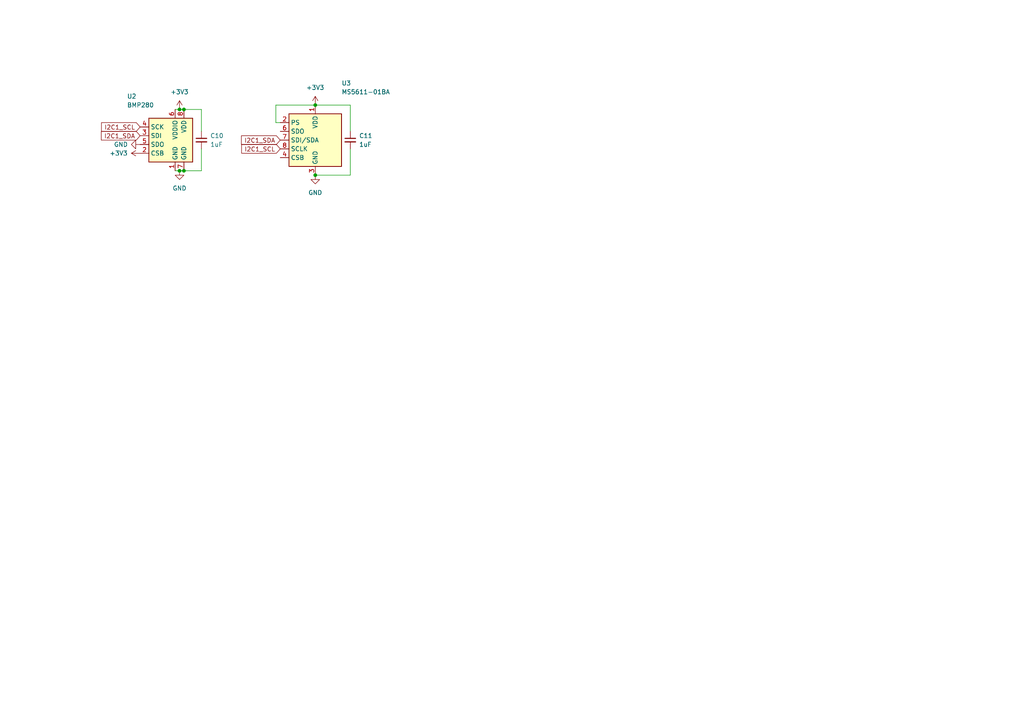
<source format=kicad_sch>
(kicad_sch (version 20211123) (generator eeschema)

  (uuid 8e2161f5-ba04-4020-a46c-75470256840f)

  (paper "A4")

  (title_block
    (title "Marvin flight controller")
    (rev "0.1.0")
    (company "3FALL")
  )

  (lib_symbols
    (symbol "Device:C_Small" (pin_numbers hide) (pin_names (offset 0.254) hide) (in_bom yes) (on_board yes)
      (property "Reference" "C" (id 0) (at 0.254 1.778 0)
        (effects (font (size 1.27 1.27)) (justify left))
      )
      (property "Value" "C_Small" (id 1) (at 0.254 -2.032 0)
        (effects (font (size 1.27 1.27)) (justify left))
      )
      (property "Footprint" "" (id 2) (at 0 0 0)
        (effects (font (size 1.27 1.27)) hide)
      )
      (property "Datasheet" "~" (id 3) (at 0 0 0)
        (effects (font (size 1.27 1.27)) hide)
      )
      (property "ki_keywords" "capacitor cap" (id 4) (at 0 0 0)
        (effects (font (size 1.27 1.27)) hide)
      )
      (property "ki_description" "Unpolarized capacitor, small symbol" (id 5) (at 0 0 0)
        (effects (font (size 1.27 1.27)) hide)
      )
      (property "ki_fp_filters" "C_*" (id 6) (at 0 0 0)
        (effects (font (size 1.27 1.27)) hide)
      )
      (symbol "C_Small_0_1"
        (polyline
          (pts
            (xy -1.524 -0.508)
            (xy 1.524 -0.508)
          )
          (stroke (width 0.3302) (type default) (color 0 0 0 0))
          (fill (type none))
        )
        (polyline
          (pts
            (xy -1.524 0.508)
            (xy 1.524 0.508)
          )
          (stroke (width 0.3048) (type default) (color 0 0 0 0))
          (fill (type none))
        )
      )
      (symbol "C_Small_1_1"
        (pin passive line (at 0 2.54 270) (length 2.032)
          (name "~" (effects (font (size 1.27 1.27))))
          (number "1" (effects (font (size 1.27 1.27))))
        )
        (pin passive line (at 0 -2.54 90) (length 2.032)
          (name "~" (effects (font (size 1.27 1.27))))
          (number "2" (effects (font (size 1.27 1.27))))
        )
      )
    )
    (symbol "Sensor_Pressure:BMP280" (in_bom yes) (on_board yes)
      (property "Reference" "U" (id 0) (at -7.62 10.16 0)
        (effects (font (size 1.27 1.27)) (justify left top))
      )
      (property "Value" "BMP280" (id 1) (at 5.08 10.16 0)
        (effects (font (size 1.27 1.27)) (justify left top))
      )
      (property "Footprint" "Package_LGA:Bosch_LGA-8_2x2.5mm_P0.65mm_ClockwisePinNumbering" (id 2) (at 0 -17.78 0)
        (effects (font (size 1.27 1.27)) hide)
      )
      (property "Datasheet" "https://ae-bst.resource.bosch.com/media/_tech/media/datasheets/BST-BMP280-DS001.pdf" (id 3) (at 0 0 0)
        (effects (font (size 1.27 1.27)) hide)
      )
      (property "ki_keywords" "I2C, SPI, pressure, temperature, sensor" (id 4) (at 0 0 0)
        (effects (font (size 1.27 1.27)) hide)
      )
      (property "ki_description" "Absolute Barometric Pressure Sensor, LGA-8" (id 5) (at 0 0 0)
        (effects (font (size 1.27 1.27)) hide)
      )
      (property "ki_fp_filters" "Bosch*LGA*2x2.5mm*P0.65mm*" (id 6) (at 0 0 0)
        (effects (font (size 1.27 1.27)) hide)
      )
      (symbol "BMP280_0_1"
        (rectangle (start -7.62 -5.08) (end 5.08 7.62)
          (stroke (width 0.254) (type default) (color 0 0 0 0))
          (fill (type background))
        )
      )
      (symbol "BMP280_1_1"
        (pin power_in line (at 0 -7.62 90) (length 2.54)
          (name "GND" (effects (font (size 1.27 1.27))))
          (number "1" (effects (font (size 1.27 1.27))))
        )
        (pin input line (at -10.16 -2.54 0) (length 2.54)
          (name "CSB" (effects (font (size 1.27 1.27))))
          (number "2" (effects (font (size 1.27 1.27))))
        )
        (pin bidirectional line (at -10.16 2.54 0) (length 2.54)
          (name "SDI" (effects (font (size 1.27 1.27))))
          (number "3" (effects (font (size 1.27 1.27))))
        )
        (pin input line (at -10.16 5.08 0) (length 2.54)
          (name "SCK" (effects (font (size 1.27 1.27))))
          (number "4" (effects (font (size 1.27 1.27))))
        )
        (pin bidirectional line (at -10.16 0 0) (length 2.54)
          (name "SDO" (effects (font (size 1.27 1.27))))
          (number "5" (effects (font (size 1.27 1.27))))
        )
        (pin power_in line (at 0 10.16 270) (length 2.54)
          (name "VDDIO" (effects (font (size 1.27 1.27))))
          (number "6" (effects (font (size 1.27 1.27))))
        )
        (pin power_in line (at 2.54 -7.62 90) (length 2.54)
          (name "GND" (effects (font (size 1.27 1.27))))
          (number "7" (effects (font (size 1.27 1.27))))
        )
        (pin power_in line (at 2.54 10.16 270) (length 2.54)
          (name "VDD" (effects (font (size 1.27 1.27))))
          (number "8" (effects (font (size 1.27 1.27))))
        )
      )
    )
    (symbol "Sensor_Pressure:MS5611-01BA" (in_bom yes) (on_board yes)
      (property "Reference" "U" (id 0) (at -6.35 8.89 0)
        (effects (font (size 1.27 1.27)))
      )
      (property "Value" "MS5611-01BA" (id 1) (at 7.62 8.89 0)
        (effects (font (size 1.27 1.27)))
      )
      (property "Footprint" "Package_LGA:LGA-8_3x5mm_P1.25mm" (id 2) (at 0 0 0)
        (effects (font (size 1.27 1.27)) hide)
      )
      (property "Datasheet" "https://www.te.com/commerce/DocumentDelivery/DDEController?Action=srchrtrv&DocNm=MS5611-01BA03&DocType=Data+Sheet&DocLang=English" (id 3) (at 0 0 0)
        (effects (font (size 1.27 1.27)) hide)
      )
      (property "ki_keywords" "pressure SPI I2C" (id 4) (at 0 0 0)
        (effects (font (size 1.27 1.27)) hide)
      )
      (property "ki_description" "Barometric pressure sensor, 10cm resolution, 10 to 1200 mbar, I2C and SPI interface up to 20MHz, LGA-8" (id 5) (at 0 0 0)
        (effects (font (size 1.27 1.27)) hide)
      )
      (property "ki_fp_filters" "LGA*3x5mm*P1.25mm*" (id 6) (at 0 0 0)
        (effects (font (size 1.27 1.27)) hide)
      )
      (symbol "MS5611-01BA_0_1"
        (rectangle (start -7.62 7.62) (end 7.62 -7.62)
          (stroke (width 0.254) (type default) (color 0 0 0 0))
          (fill (type background))
        )
      )
      (symbol "MS5611-01BA_1_1"
        (pin power_in line (at 0 10.16 270) (length 2.54)
          (name "VDD" (effects (font (size 1.27 1.27))))
          (number "1" (effects (font (size 1.27 1.27))))
        )
        (pin input line (at -10.16 5.08 0) (length 2.54)
          (name "PS" (effects (font (size 1.27 1.27))))
          (number "2" (effects (font (size 1.27 1.27))))
        )
        (pin power_in line (at 0 -10.16 90) (length 2.54)
          (name "GND" (effects (font (size 1.27 1.27))))
          (number "3" (effects (font (size 1.27 1.27))))
        )
        (pin input line (at -10.16 -5.08 0) (length 2.54)
          (name "CSB" (effects (font (size 1.27 1.27))))
          (number "4" (effects (font (size 1.27 1.27))))
        )
        (pin input line (at -10.16 -5.08 0) (length 2.54) hide
          (name "CSB" (effects (font (size 1.27 1.27))))
          (number "5" (effects (font (size 1.27 1.27))))
        )
        (pin output line (at -10.16 2.54 0) (length 2.54)
          (name "SDO" (effects (font (size 1.27 1.27))))
          (number "6" (effects (font (size 1.27 1.27))))
        )
        (pin bidirectional line (at -10.16 0 0) (length 2.54)
          (name "SDI/SDA" (effects (font (size 1.27 1.27))))
          (number "7" (effects (font (size 1.27 1.27))))
        )
        (pin input line (at -10.16 -2.54 0) (length 2.54)
          (name "SCLK" (effects (font (size 1.27 1.27))))
          (number "8" (effects (font (size 1.27 1.27))))
        )
      )
    )
    (symbol "power:+3V3" (power) (pin_names (offset 0)) (in_bom yes) (on_board yes)
      (property "Reference" "#PWR" (id 0) (at 0 -3.81 0)
        (effects (font (size 1.27 1.27)) hide)
      )
      (property "Value" "+3V3" (id 1) (at 0 3.556 0)
        (effects (font (size 1.27 1.27)))
      )
      (property "Footprint" "" (id 2) (at 0 0 0)
        (effects (font (size 1.27 1.27)) hide)
      )
      (property "Datasheet" "" (id 3) (at 0 0 0)
        (effects (font (size 1.27 1.27)) hide)
      )
      (property "ki_keywords" "power-flag" (id 4) (at 0 0 0)
        (effects (font (size 1.27 1.27)) hide)
      )
      (property "ki_description" "Power symbol creates a global label with name \"+3V3\"" (id 5) (at 0 0 0)
        (effects (font (size 1.27 1.27)) hide)
      )
      (symbol "+3V3_0_1"
        (polyline
          (pts
            (xy -0.762 1.27)
            (xy 0 2.54)
          )
          (stroke (width 0) (type default) (color 0 0 0 0))
          (fill (type none))
        )
        (polyline
          (pts
            (xy 0 0)
            (xy 0 2.54)
          )
          (stroke (width 0) (type default) (color 0 0 0 0))
          (fill (type none))
        )
        (polyline
          (pts
            (xy 0 2.54)
            (xy 0.762 1.27)
          )
          (stroke (width 0) (type default) (color 0 0 0 0))
          (fill (type none))
        )
      )
      (symbol "+3V3_1_1"
        (pin power_in line (at 0 0 90) (length 0) hide
          (name "+3V3" (effects (font (size 1.27 1.27))))
          (number "1" (effects (font (size 1.27 1.27))))
        )
      )
    )
    (symbol "power:GND" (power) (pin_names (offset 0)) (in_bom yes) (on_board yes)
      (property "Reference" "#PWR" (id 0) (at 0 -6.35 0)
        (effects (font (size 1.27 1.27)) hide)
      )
      (property "Value" "GND" (id 1) (at 0 -3.81 0)
        (effects (font (size 1.27 1.27)))
      )
      (property "Footprint" "" (id 2) (at 0 0 0)
        (effects (font (size 1.27 1.27)) hide)
      )
      (property "Datasheet" "" (id 3) (at 0 0 0)
        (effects (font (size 1.27 1.27)) hide)
      )
      (property "ki_keywords" "power-flag" (id 4) (at 0 0 0)
        (effects (font (size 1.27 1.27)) hide)
      )
      (property "ki_description" "Power symbol creates a global label with name \"GND\" , ground" (id 5) (at 0 0 0)
        (effects (font (size 1.27 1.27)) hide)
      )
      (symbol "GND_0_1"
        (polyline
          (pts
            (xy 0 0)
            (xy 0 -1.27)
            (xy 1.27 -1.27)
            (xy 0 -2.54)
            (xy -1.27 -1.27)
            (xy 0 -1.27)
          )
          (stroke (width 0) (type default) (color 0 0 0 0))
          (fill (type none))
        )
      )
      (symbol "GND_1_1"
        (pin power_in line (at 0 0 270) (length 0) hide
          (name "GND" (effects (font (size 1.27 1.27))))
          (number "1" (effects (font (size 1.27 1.27))))
        )
      )
    )
  )

  (junction (at 52.07 49.53) (diameter 0) (color 0 0 0 0)
    (uuid 0a6e595a-da57-428c-b5a0-2866402c5f56)
  )
  (junction (at 53.34 49.53) (diameter 0) (color 0 0 0 0)
    (uuid 1714b8f3-7d02-4fc0-8501-34c68e928e9c)
  )
  (junction (at 53.34 31.75) (diameter 0) (color 0 0 0 0)
    (uuid c1e4dd65-806f-42b0-b7fd-3a3c20296fcf)
  )
  (junction (at 52.07 31.75) (diameter 0) (color 0 0 0 0)
    (uuid daa2bf8b-4a53-4a4f-9c41-9a9794c9135b)
  )
  (junction (at 91.44 30.48) (diameter 0) (color 0 0 0 0)
    (uuid de9c06e0-7d25-4a3e-a1cd-dc656de56a9c)
  )
  (junction (at 91.44 50.8) (diameter 0) (color 0 0 0 0)
    (uuid ebb133e4-7967-41d9-a016-151f94a687c4)
  )

  (wire (pts (xy 53.34 31.75) (xy 58.42 31.75))
    (stroke (width 0) (type default) (color 0 0 0 0))
    (uuid 1e3c4457-ff74-4ae4-9e49-cb14b109139e)
  )
  (wire (pts (xy 80.01 35.56) (xy 81.28 35.56))
    (stroke (width 0) (type default) (color 0 0 0 0))
    (uuid 4f653acf-adc4-4585-8838-796b9311542e)
  )
  (wire (pts (xy 50.8 31.75) (xy 52.07 31.75))
    (stroke (width 0) (type default) (color 0 0 0 0))
    (uuid 5f60c248-4345-4f0e-9159-061f8a425045)
  )
  (wire (pts (xy 101.6 30.48) (xy 101.6 38.1))
    (stroke (width 0) (type default) (color 0 0 0 0))
    (uuid 7243f502-3cfd-4ff6-ba6a-57d110448375)
  )
  (wire (pts (xy 52.07 31.75) (xy 53.34 31.75))
    (stroke (width 0) (type default) (color 0 0 0 0))
    (uuid 89480f4d-4473-4e11-a73c-ce69e8adb170)
  )
  (wire (pts (xy 58.42 49.53) (xy 53.34 49.53))
    (stroke (width 0) (type default) (color 0 0 0 0))
    (uuid 937dddd0-6454-44cd-9683-016620e36f7d)
  )
  (wire (pts (xy 101.6 43.18) (xy 101.6 50.8))
    (stroke (width 0) (type default) (color 0 0 0 0))
    (uuid 9e290c41-71f4-475d-b75c-cacfe47f62a4)
  )
  (wire (pts (xy 58.42 38.1) (xy 58.42 31.75))
    (stroke (width 0) (type default) (color 0 0 0 0))
    (uuid a9668f84-a18f-4f68-b6b8-e8a4aea70a9a)
  )
  (wire (pts (xy 52.07 49.53) (xy 53.34 49.53))
    (stroke (width 0) (type default) (color 0 0 0 0))
    (uuid bce9c9a1-037d-4292-9bd2-317e300c6cc5)
  )
  (wire (pts (xy 91.44 30.48) (xy 80.01 30.48))
    (stroke (width 0) (type default) (color 0 0 0 0))
    (uuid c4a395b0-07a9-476c-9504-f07239a41465)
  )
  (wire (pts (xy 101.6 50.8) (xy 91.44 50.8))
    (stroke (width 0) (type default) (color 0 0 0 0))
    (uuid cdcab8c9-8c53-4ed8-89a1-41b6a4cae048)
  )
  (wire (pts (xy 80.01 30.48) (xy 80.01 35.56))
    (stroke (width 0) (type default) (color 0 0 0 0))
    (uuid d51f4b79-18ec-4da6-acd7-b4156a0e2409)
  )
  (wire (pts (xy 50.8 49.53) (xy 52.07 49.53))
    (stroke (width 0) (type default) (color 0 0 0 0))
    (uuid e98b41f4-e3d2-4d8d-89b0-4628a9bb0363)
  )
  (wire (pts (xy 91.44 30.48) (xy 101.6 30.48))
    (stroke (width 0) (type default) (color 0 0 0 0))
    (uuid eaeb297f-eb46-4da4-9003-6215358df991)
  )
  (wire (pts (xy 58.42 43.18) (xy 58.42 49.53))
    (stroke (width 0) (type default) (color 0 0 0 0))
    (uuid ff7b7e48-b4c3-4d19-bc31-31a39c585e72)
  )

  (global_label "I2C1_SCL" (shape input) (at 40.64 36.83 180) (fields_autoplaced)
    (effects (font (size 1.27 1.27)) (justify right))
    (uuid 6c40e565-bcd5-42d2-8bbb-dc907709e970)
    (property "Intersheet References" "${INTERSHEET_REFS}" (id 0) (at 29.4579 36.7506 0)
      (effects (font (size 1.27 1.27)) (justify right) hide)
    )
  )
  (global_label "I2C1_SDA" (shape input) (at 81.28 40.64 180) (fields_autoplaced)
    (effects (font (size 1.27 1.27)) (justify right))
    (uuid b92a9cef-e50c-4b90-bbdc-5a7140dca649)
    (property "Intersheet References" "${INTERSHEET_REFS}" (id 0) (at 70.0374 40.5606 0)
      (effects (font (size 1.27 1.27)) (justify right) hide)
    )
  )
  (global_label "I2C1_SDA" (shape input) (at 40.64 39.37 180) (fields_autoplaced)
    (effects (font (size 1.27 1.27)) (justify right))
    (uuid c824b0b6-21c0-4192-8052-1ed5d630d53f)
    (property "Intersheet References" "${INTERSHEET_REFS}" (id 0) (at 29.3974 39.2906 0)
      (effects (font (size 1.27 1.27)) (justify right) hide)
    )
  )
  (global_label "I2C1_SCL" (shape input) (at 81.28 43.18 180) (fields_autoplaced)
    (effects (font (size 1.27 1.27)) (justify right))
    (uuid fb9294e5-5a5e-49fa-8111-9ad9dc22e911)
    (property "Intersheet References" "${INTERSHEET_REFS}" (id 0) (at 70.0979 43.1006 0)
      (effects (font (size 1.27 1.27)) (justify right) hide)
    )
  )

  (symbol (lib_id "Device:C_Small") (at 101.6 40.64 0) (unit 1)
    (in_bom yes) (on_board yes) (fields_autoplaced)
    (uuid 0b261445-24c9-4047-bb66-70ce5e1101c0)
    (property "Reference" "C11" (id 0) (at 104.14 39.3762 0)
      (effects (font (size 1.27 1.27)) (justify left))
    )
    (property "Value" "1uF" (id 1) (at 104.14 41.9162 0)
      (effects (font (size 1.27 1.27)) (justify left))
    )
    (property "Footprint" "" (id 2) (at 101.6 40.64 0)
      (effects (font (size 1.27 1.27)) hide)
    )
    (property "Datasheet" "~" (id 3) (at 101.6 40.64 0)
      (effects (font (size 1.27 1.27)) hide)
    )
    (pin "1" (uuid 7def0f39-044f-4ab3-aab9-80c1dc885c01))
    (pin "2" (uuid 7ef1270d-2450-48a7-82ed-2c61997fd975))
  )

  (symbol (lib_id "power:+3V3") (at 91.44 30.48 0) (unit 1)
    (in_bom yes) (on_board yes) (fields_autoplaced)
    (uuid 0ed5b744-e3a5-453f-98c5-47f59f912cd7)
    (property "Reference" "#PWR017" (id 0) (at 91.44 34.29 0)
      (effects (font (size 1.27 1.27)) hide)
    )
    (property "Value" "+3V3" (id 1) (at 91.44 25.4 0))
    (property "Footprint" "" (id 2) (at 91.44 30.48 0)
      (effects (font (size 1.27 1.27)) hide)
    )
    (property "Datasheet" "" (id 3) (at 91.44 30.48 0)
      (effects (font (size 1.27 1.27)) hide)
    )
    (pin "1" (uuid 5cc4672a-de16-497a-8083-c023e594d178))
  )

  (symbol (lib_id "power:+3V3") (at 40.64 44.45 90) (unit 1)
    (in_bom yes) (on_board yes)
    (uuid 17a97f61-ae8e-436a-83a7-221772dbe96f)
    (property "Reference" "#PWR014" (id 0) (at 44.45 44.45 0)
      (effects (font (size 1.27 1.27)) hide)
    )
    (property "Value" "+3V3" (id 1) (at 31.75 44.45 90)
      (effects (font (size 1.27 1.27)) (justify right))
    )
    (property "Footprint" "" (id 2) (at 40.64 44.45 0)
      (effects (font (size 1.27 1.27)) hide)
    )
    (property "Datasheet" "" (id 3) (at 40.64 44.45 0)
      (effects (font (size 1.27 1.27)) hide)
    )
    (pin "1" (uuid 029ce357-8e5f-45b4-96d4-2429c770b292))
  )

  (symbol (lib_id "power:GND") (at 91.44 50.8 0) (unit 1)
    (in_bom yes) (on_board yes) (fields_autoplaced)
    (uuid 2ef897f9-d7ff-4ead-990f-e96b0a692b03)
    (property "Reference" "#PWR018" (id 0) (at 91.44 57.15 0)
      (effects (font (size 1.27 1.27)) hide)
    )
    (property "Value" "GND" (id 1) (at 91.44 55.88 0))
    (property "Footprint" "" (id 2) (at 91.44 50.8 0)
      (effects (font (size 1.27 1.27)) hide)
    )
    (property "Datasheet" "" (id 3) (at 91.44 50.8 0)
      (effects (font (size 1.27 1.27)) hide)
    )
    (pin "1" (uuid b6714fd2-37b6-47b6-a92c-4e3ca30ed5c6))
  )

  (symbol (lib_id "Sensor_Pressure:BMP280") (at 50.8 41.91 0) (unit 1)
    (in_bom yes) (on_board yes)
    (uuid 47958e1a-1c0a-4e1e-9321-a9a6a2718114)
    (property "Reference" "U2" (id 0) (at 36.83 27.94 0)
      (effects (font (size 1.27 1.27)) (justify left))
    )
    (property "Value" "BMP280" (id 1) (at 36.83 30.48 0)
      (effects (font (size 1.27 1.27)) (justify left))
    )
    (property "Footprint" "Package_LGA:Bosch_LGA-8_2x2.5mm_P0.65mm_ClockwisePinNumbering" (id 2) (at 50.8 59.69 0)
      (effects (font (size 1.27 1.27)) hide)
    )
    (property "Datasheet" "https://ae-bst.resource.bosch.com/media/_tech/media/datasheets/BST-BMP280-DS001.pdf" (id 3) (at 50.8 41.91 0)
      (effects (font (size 1.27 1.27)) hide)
    )
    (pin "1" (uuid 056eb082-4c0e-480f-b932-af8e7e03cda5))
    (pin "2" (uuid 9629eef9-2d15-484d-9867-a3cdf3de3a48))
    (pin "3" (uuid 4f0a1caa-7167-4eb6-b612-321114138d52))
    (pin "4" (uuid 96e2ba6e-d7ab-4cb8-8f53-d03589139850))
    (pin "5" (uuid ff6fc066-c9b5-42d7-96b0-1d3b18c05c9e))
    (pin "6" (uuid 45d00eed-9944-40cf-aa9e-ed3b3f00492c))
    (pin "7" (uuid b90675e3-3a55-47e1-9cc8-c604e5fc3ed7))
    (pin "8" (uuid 272e4f24-17d1-4596-8ecf-ce3ad9dc018a))
  )

  (symbol (lib_id "power:GND") (at 40.64 41.91 270) (unit 1)
    (in_bom yes) (on_board yes)
    (uuid 758dd336-53f7-4ecd-96a7-8f8efd087261)
    (property "Reference" "#PWR013" (id 0) (at 34.29 41.91 0)
      (effects (font (size 1.27 1.27)) hide)
    )
    (property "Value" "GND" (id 1) (at 33.02 41.91 90)
      (effects (font (size 1.27 1.27)) (justify left))
    )
    (property "Footprint" "" (id 2) (at 40.64 41.91 0)
      (effects (font (size 1.27 1.27)) hide)
    )
    (property "Datasheet" "" (id 3) (at 40.64 41.91 0)
      (effects (font (size 1.27 1.27)) hide)
    )
    (pin "1" (uuid e7bd2a9b-ce94-44b7-b780-e3e78a0345b3))
  )

  (symbol (lib_id "power:GND") (at 52.07 49.53 0) (unit 1)
    (in_bom yes) (on_board yes) (fields_autoplaced)
    (uuid 9232e224-7b4f-4555-b57e-0ca0e18df45c)
    (property "Reference" "#PWR016" (id 0) (at 52.07 55.88 0)
      (effects (font (size 1.27 1.27)) hide)
    )
    (property "Value" "GND" (id 1) (at 52.07 54.61 0))
    (property "Footprint" "" (id 2) (at 52.07 49.53 0)
      (effects (font (size 1.27 1.27)) hide)
    )
    (property "Datasheet" "" (id 3) (at 52.07 49.53 0)
      (effects (font (size 1.27 1.27)) hide)
    )
    (pin "1" (uuid 0e31be9e-cea9-4462-816d-c86c1cab320a))
  )

  (symbol (lib_id "Device:C_Small") (at 58.42 40.64 0) (unit 1)
    (in_bom yes) (on_board yes) (fields_autoplaced)
    (uuid acfbbc4c-5153-4059-9c15-570710aab033)
    (property "Reference" "C10" (id 0) (at 60.96 39.3762 0)
      (effects (font (size 1.27 1.27)) (justify left))
    )
    (property "Value" "1uF" (id 1) (at 60.96 41.9162 0)
      (effects (font (size 1.27 1.27)) (justify left))
    )
    (property "Footprint" "" (id 2) (at 58.42 40.64 0)
      (effects (font (size 1.27 1.27)) hide)
    )
    (property "Datasheet" "~" (id 3) (at 58.42 40.64 0)
      (effects (font (size 1.27 1.27)) hide)
    )
    (pin "1" (uuid 4a0e1166-f390-4d16-8ef0-375ace15af05))
    (pin "2" (uuid 51e4dad3-4247-468a-97e2-56c309805d85))
  )

  (symbol (lib_id "Sensor_Pressure:MS5611-01BA") (at 91.44 40.64 0) (unit 1)
    (in_bom yes) (on_board yes)
    (uuid d2461b84-9ade-4d46-9c33-76622fb48d86)
    (property "Reference" "U3" (id 0) (at 99.06 24.13 0)
      (effects (font (size 1.27 1.27)) (justify left))
    )
    (property "Value" "MS5611-01BA" (id 1) (at 99.06 26.67 0)
      (effects (font (size 1.27 1.27)) (justify left))
    )
    (property "Footprint" "Package_LGA:LGA-8_3x5mm_P1.25mm" (id 2) (at 91.44 40.64 0)
      (effects (font (size 1.27 1.27)) hide)
    )
    (property "Datasheet" "https://www.te.com/commerce/DocumentDelivery/DDEController?Action=srchrtrv&DocNm=MS5611-01BA03&DocType=Data+Sheet&DocLang=English" (id 3) (at 91.44 40.64 0)
      (effects (font (size 1.27 1.27)) hide)
    )
    (pin "1" (uuid 9b87ba58-8552-460d-a9c5-91446d3684f2))
    (pin "2" (uuid 07cd187c-8e8a-4966-a998-77d3a181caff))
    (pin "3" (uuid 2bfa4c7d-c67d-4901-b8d3-f017854f4186))
    (pin "4" (uuid 134162c1-9de2-422a-a59c-6cde8f5a9870))
    (pin "5" (uuid 60699760-7328-411e-b6bd-d44570e321cc))
    (pin "6" (uuid 13c5109e-2afc-442f-bb60-8f4833b78c4d))
    (pin "7" (uuid d8d0feb4-e21f-403a-80c1-20e999024aa6))
    (pin "8" (uuid ac38f3b6-87c9-4bfb-b255-8975175df88c))
  )

  (symbol (lib_id "power:+3V3") (at 52.07 31.75 0) (unit 1)
    (in_bom yes) (on_board yes) (fields_autoplaced)
    (uuid f6bab5e7-ea61-4475-8560-f6f3e9c1d2d4)
    (property "Reference" "#PWR015" (id 0) (at 52.07 35.56 0)
      (effects (font (size 1.27 1.27)) hide)
    )
    (property "Value" "+3V3" (id 1) (at 52.07 26.67 0))
    (property "Footprint" "" (id 2) (at 52.07 31.75 0)
      (effects (font (size 1.27 1.27)) hide)
    )
    (property "Datasheet" "" (id 3) (at 52.07 31.75 0)
      (effects (font (size 1.27 1.27)) hide)
    )
    (pin "1" (uuid 389eef2b-8339-4591-8b01-900fd5626a45))
  )
)

</source>
